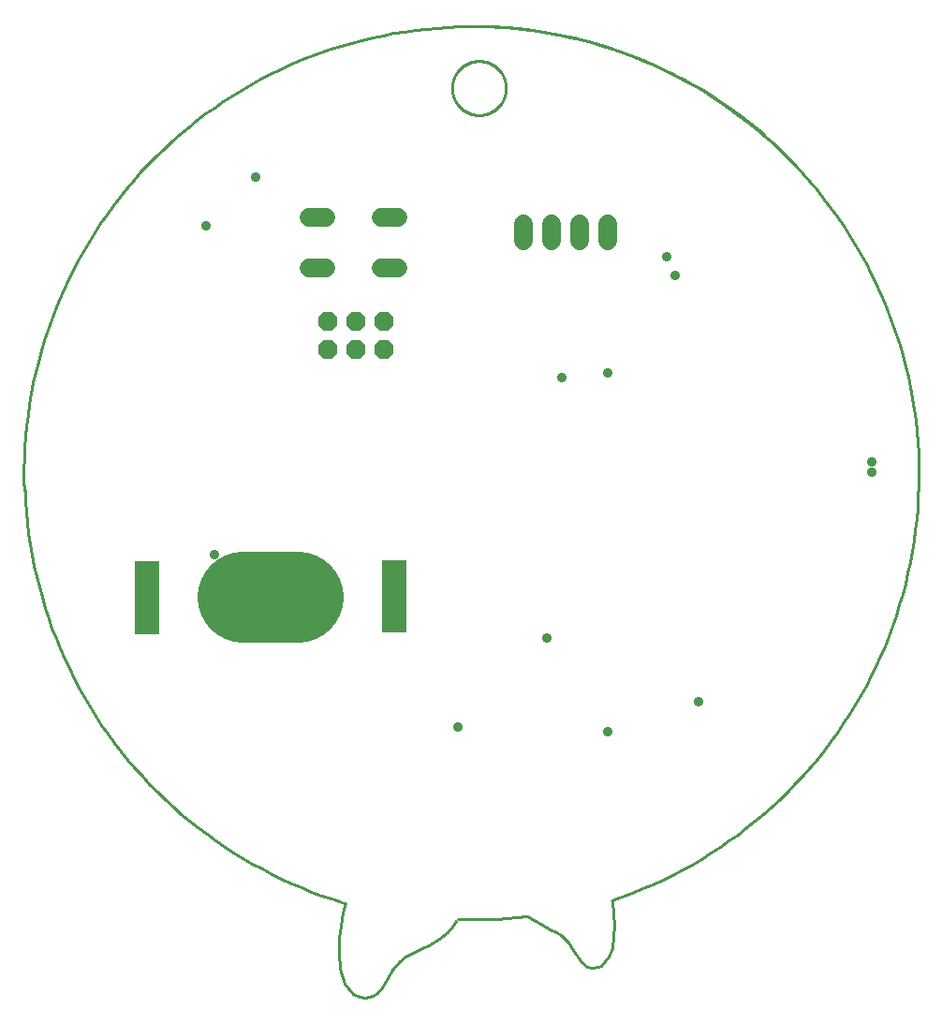
<source format=gbs>
G75*
%MOIN*%
%OFA0B0*%
%FSLAX25Y25*%
%IPPOS*%
%LPD*%
%AMOC8*
5,1,8,0,0,1.08239X$1,22.5*
%
%ADD10C,0.01000*%
%ADD11OC8,0.06800*%
%ADD12C,0.06800*%
%ADD13R,0.08800X0.13300*%
%ADD14C,0.32296*%
%ADD15C,0.03500*%
D10*
X0125829Y0017395D02*
X0124106Y0022562D01*
X0123614Y0028714D01*
X0123860Y0033635D01*
X0124352Y0038064D01*
X0125090Y0042739D01*
X0126075Y0046184D01*
X0125336Y0046184D01*
X0145268Y0025269D02*
X0147482Y0026991D01*
X0149943Y0028468D01*
X0153388Y0030190D01*
X0155848Y0031174D01*
X0159293Y0033389D01*
X0162246Y0035604D01*
X0164214Y0037818D01*
X0165445Y0039787D01*
X0145268Y0025269D02*
X0142807Y0022316D01*
X0141085Y0019363D01*
X0139116Y0015919D01*
X0137394Y0014196D01*
X0135671Y0012966D01*
X0133210Y0012228D01*
X0130996Y0012720D01*
X0128781Y0013704D01*
X0125829Y0017395D01*
X0190789Y0041263D02*
X0193004Y0040033D01*
X0195957Y0038310D01*
X0198663Y0036834D01*
X0201124Y0035604D01*
X0202846Y0034619D01*
X0205553Y0031913D01*
X0207029Y0029452D01*
X0209982Y0025023D01*
X0211951Y0023546D01*
X0213673Y0023054D01*
X0216134Y0023546D01*
X0217118Y0023793D01*
X0219579Y0026991D01*
X0221055Y0030190D01*
X0221547Y0034373D01*
X0221793Y0038064D01*
X0221547Y0042247D01*
X0221055Y0047169D01*
X0274943Y0319560D02*
X0272010Y0322021D01*
X0269019Y0324411D01*
X0265972Y0326729D01*
X0262869Y0328973D01*
X0259715Y0331142D01*
X0256509Y0333235D01*
X0253253Y0335251D01*
X0249951Y0337188D01*
X0246603Y0339045D01*
X0243211Y0340822D01*
X0239778Y0342517D01*
X0236306Y0344129D01*
X0232795Y0345657D01*
X0229250Y0347102D01*
X0225670Y0348460D01*
X0222059Y0349733D01*
X0218419Y0350919D01*
X0214751Y0352017D01*
X0211058Y0353027D01*
X0207342Y0353949D01*
X0203605Y0354781D01*
X0199849Y0355523D01*
X0196076Y0356176D01*
X0192289Y0356737D01*
X0188489Y0357208D01*
X0184679Y0357588D01*
X0180862Y0357877D01*
X0177038Y0358073D01*
X0173211Y0358179D01*
X0169382Y0358192D01*
X0163956Y0336046D02*
X0163959Y0336282D01*
X0163968Y0336517D01*
X0163982Y0336753D01*
X0164002Y0336988D01*
X0164028Y0337222D01*
X0164060Y0337456D01*
X0164097Y0337689D01*
X0164141Y0337921D01*
X0164189Y0338151D01*
X0164244Y0338381D01*
X0164304Y0338609D01*
X0164370Y0338835D01*
X0164441Y0339060D01*
X0164518Y0339283D01*
X0164600Y0339504D01*
X0164687Y0339723D01*
X0164780Y0339940D01*
X0164879Y0340154D01*
X0164982Y0340366D01*
X0165091Y0340576D01*
X0165204Y0340782D01*
X0165323Y0340986D01*
X0165447Y0341187D01*
X0165575Y0341384D01*
X0165709Y0341579D01*
X0165847Y0341770D01*
X0165990Y0341958D01*
X0166137Y0342142D01*
X0166289Y0342322D01*
X0166445Y0342499D01*
X0166606Y0342672D01*
X0166770Y0342841D01*
X0166939Y0343005D01*
X0167112Y0343166D01*
X0167289Y0343322D01*
X0167469Y0343474D01*
X0167653Y0343621D01*
X0167841Y0343764D01*
X0168032Y0343902D01*
X0168227Y0344036D01*
X0168424Y0344164D01*
X0168625Y0344288D01*
X0168829Y0344407D01*
X0169035Y0344520D01*
X0169245Y0344629D01*
X0169457Y0344732D01*
X0169671Y0344831D01*
X0169888Y0344924D01*
X0170107Y0345011D01*
X0170328Y0345093D01*
X0170551Y0345170D01*
X0170776Y0345241D01*
X0171002Y0345307D01*
X0171230Y0345367D01*
X0171460Y0345422D01*
X0171690Y0345470D01*
X0171922Y0345514D01*
X0172155Y0345551D01*
X0172389Y0345583D01*
X0172623Y0345609D01*
X0172858Y0345629D01*
X0173094Y0345643D01*
X0173329Y0345652D01*
X0173565Y0345655D01*
X0173801Y0345652D01*
X0174036Y0345643D01*
X0174272Y0345629D01*
X0174507Y0345609D01*
X0174741Y0345583D01*
X0174975Y0345551D01*
X0175208Y0345514D01*
X0175440Y0345470D01*
X0175670Y0345422D01*
X0175900Y0345367D01*
X0176128Y0345307D01*
X0176354Y0345241D01*
X0176579Y0345170D01*
X0176802Y0345093D01*
X0177023Y0345011D01*
X0177242Y0344924D01*
X0177459Y0344831D01*
X0177673Y0344732D01*
X0177885Y0344629D01*
X0178095Y0344520D01*
X0178301Y0344407D01*
X0178505Y0344288D01*
X0178706Y0344164D01*
X0178903Y0344036D01*
X0179098Y0343902D01*
X0179289Y0343764D01*
X0179477Y0343621D01*
X0179661Y0343474D01*
X0179841Y0343322D01*
X0180018Y0343166D01*
X0180191Y0343005D01*
X0180360Y0342841D01*
X0180524Y0342672D01*
X0180685Y0342499D01*
X0180841Y0342322D01*
X0180993Y0342142D01*
X0181140Y0341958D01*
X0181283Y0341770D01*
X0181421Y0341579D01*
X0181555Y0341384D01*
X0181683Y0341187D01*
X0181807Y0340986D01*
X0181926Y0340782D01*
X0182039Y0340576D01*
X0182148Y0340366D01*
X0182251Y0340154D01*
X0182350Y0339940D01*
X0182443Y0339723D01*
X0182530Y0339504D01*
X0182612Y0339283D01*
X0182689Y0339060D01*
X0182760Y0338835D01*
X0182826Y0338609D01*
X0182886Y0338381D01*
X0182941Y0338151D01*
X0182989Y0337921D01*
X0183033Y0337689D01*
X0183070Y0337456D01*
X0183102Y0337222D01*
X0183128Y0336988D01*
X0183148Y0336753D01*
X0183162Y0336517D01*
X0183171Y0336282D01*
X0183174Y0336046D01*
X0183171Y0335810D01*
X0183162Y0335575D01*
X0183148Y0335339D01*
X0183128Y0335104D01*
X0183102Y0334870D01*
X0183070Y0334636D01*
X0183033Y0334403D01*
X0182989Y0334171D01*
X0182941Y0333941D01*
X0182886Y0333711D01*
X0182826Y0333483D01*
X0182760Y0333257D01*
X0182689Y0333032D01*
X0182612Y0332809D01*
X0182530Y0332588D01*
X0182443Y0332369D01*
X0182350Y0332152D01*
X0182251Y0331938D01*
X0182148Y0331726D01*
X0182039Y0331516D01*
X0181926Y0331310D01*
X0181807Y0331106D01*
X0181683Y0330905D01*
X0181555Y0330708D01*
X0181421Y0330513D01*
X0181283Y0330322D01*
X0181140Y0330134D01*
X0180993Y0329950D01*
X0180841Y0329770D01*
X0180685Y0329593D01*
X0180524Y0329420D01*
X0180360Y0329251D01*
X0180191Y0329087D01*
X0180018Y0328926D01*
X0179841Y0328770D01*
X0179661Y0328618D01*
X0179477Y0328471D01*
X0179289Y0328328D01*
X0179098Y0328190D01*
X0178903Y0328056D01*
X0178706Y0327928D01*
X0178505Y0327804D01*
X0178301Y0327685D01*
X0178095Y0327572D01*
X0177885Y0327463D01*
X0177673Y0327360D01*
X0177459Y0327261D01*
X0177242Y0327168D01*
X0177023Y0327081D01*
X0176802Y0326999D01*
X0176579Y0326922D01*
X0176354Y0326851D01*
X0176128Y0326785D01*
X0175900Y0326725D01*
X0175670Y0326670D01*
X0175440Y0326622D01*
X0175208Y0326578D01*
X0174975Y0326541D01*
X0174741Y0326509D01*
X0174507Y0326483D01*
X0174272Y0326463D01*
X0174036Y0326449D01*
X0173801Y0326440D01*
X0173565Y0326437D01*
X0173329Y0326440D01*
X0173094Y0326449D01*
X0172858Y0326463D01*
X0172623Y0326483D01*
X0172389Y0326509D01*
X0172155Y0326541D01*
X0171922Y0326578D01*
X0171690Y0326622D01*
X0171460Y0326670D01*
X0171230Y0326725D01*
X0171002Y0326785D01*
X0170776Y0326851D01*
X0170551Y0326922D01*
X0170328Y0326999D01*
X0170107Y0327081D01*
X0169888Y0327168D01*
X0169671Y0327261D01*
X0169457Y0327360D01*
X0169245Y0327463D01*
X0169035Y0327572D01*
X0168829Y0327685D01*
X0168625Y0327804D01*
X0168424Y0327928D01*
X0168227Y0328056D01*
X0168032Y0328190D01*
X0167841Y0328328D01*
X0167653Y0328471D01*
X0167469Y0328618D01*
X0167289Y0328770D01*
X0167112Y0328926D01*
X0166939Y0329087D01*
X0166770Y0329251D01*
X0166606Y0329420D01*
X0166445Y0329593D01*
X0166289Y0329770D01*
X0166137Y0329950D01*
X0165990Y0330134D01*
X0165847Y0330322D01*
X0165709Y0330513D01*
X0165575Y0330708D01*
X0165447Y0330905D01*
X0165323Y0331106D01*
X0165204Y0331310D01*
X0165091Y0331516D01*
X0164982Y0331726D01*
X0164879Y0331938D01*
X0164780Y0332152D01*
X0164687Y0332369D01*
X0164600Y0332588D01*
X0164518Y0332809D01*
X0164441Y0333032D01*
X0164370Y0333257D01*
X0164304Y0333483D01*
X0164244Y0333711D01*
X0164189Y0333941D01*
X0164141Y0334171D01*
X0164097Y0334403D01*
X0164060Y0334636D01*
X0164028Y0334870D01*
X0164002Y0335104D01*
X0163982Y0335339D01*
X0163968Y0335575D01*
X0163959Y0335810D01*
X0163956Y0336046D01*
X0190543Y0041510D02*
X0187044Y0041101D01*
X0183537Y0040769D01*
X0180023Y0040515D01*
X0176504Y0040339D01*
X0172983Y0040241D01*
X0169460Y0040221D01*
X0165937Y0040280D01*
X0220809Y0047169D02*
X0224504Y0048447D01*
X0228165Y0049814D01*
X0231792Y0051272D01*
X0235383Y0052817D01*
X0238934Y0054451D01*
X0242445Y0056170D01*
X0245912Y0057975D01*
X0249334Y0059865D01*
X0252708Y0061837D01*
X0256034Y0063892D01*
X0259308Y0066028D01*
X0262528Y0068243D01*
X0265694Y0070536D01*
X0268802Y0072907D01*
X0271852Y0075352D01*
X0274840Y0077872D01*
X0277766Y0080464D01*
X0280628Y0083127D01*
X0283423Y0085859D01*
X0286151Y0088659D01*
X0288809Y0091525D01*
X0291397Y0094455D01*
X0293912Y0097447D01*
X0296352Y0100501D01*
X0298718Y0103613D01*
X0301006Y0106782D01*
X0303216Y0110006D01*
X0305346Y0113283D01*
X0307396Y0116612D01*
X0309363Y0119990D01*
X0311247Y0123415D01*
X0313047Y0126885D01*
X0314761Y0130398D01*
X0316388Y0133952D01*
X0317928Y0137545D01*
X0319379Y0141174D01*
X0320742Y0144838D01*
X0322014Y0148534D01*
X0323195Y0152261D01*
X0324284Y0156015D01*
X0325281Y0159794D01*
X0326185Y0163597D01*
X0326996Y0167421D01*
X0327713Y0171264D01*
X0328336Y0175123D01*
X0328864Y0178996D01*
X0329297Y0182881D01*
X0329634Y0186775D01*
X0329877Y0190677D01*
X0330023Y0194583D01*
X0330074Y0198491D01*
X0330029Y0202400D01*
X0329888Y0206306D01*
X0329652Y0210208D01*
X0329320Y0214103D01*
X0328893Y0217989D01*
X0328371Y0221863D01*
X0327754Y0225723D01*
X0327043Y0229566D01*
X0326238Y0233391D01*
X0325339Y0237196D01*
X0324348Y0240977D01*
X0323264Y0244732D01*
X0322088Y0248460D01*
X0320822Y0252158D01*
X0319465Y0255824D01*
X0318019Y0259456D01*
X0316485Y0263051D01*
X0314863Y0266608D01*
X0313154Y0270123D01*
X0311360Y0273596D01*
X0309481Y0277024D01*
X0307518Y0280405D01*
X0305474Y0283736D01*
X0303349Y0287017D01*
X0301143Y0290244D01*
X0298860Y0293417D01*
X0296499Y0296533D01*
X0294063Y0299590D01*
X0291553Y0302586D01*
X0288970Y0305520D01*
X0286316Y0308390D01*
X0283592Y0311194D01*
X0280801Y0313930D01*
X0277943Y0316597D01*
X0275021Y0319194D01*
X0272036Y0321718D01*
X0268991Y0324168D01*
X0265886Y0326543D01*
X0262724Y0328841D01*
X0259506Y0331061D01*
X0256236Y0333201D01*
X0252913Y0335261D01*
X0249542Y0337239D01*
X0246123Y0339134D01*
X0242658Y0340944D01*
X0239150Y0342669D01*
X0235601Y0344307D01*
X0232013Y0345858D01*
X0228388Y0347321D01*
X0224729Y0348694D01*
X0221036Y0349978D01*
X0217314Y0351170D01*
X0213563Y0352271D01*
X0209787Y0353280D01*
X0205987Y0354196D01*
X0202165Y0355019D01*
X0198325Y0355748D01*
X0194468Y0356383D01*
X0190596Y0356922D01*
X0186713Y0357367D01*
X0182819Y0357717D01*
X0178919Y0357971D01*
X0175013Y0358130D01*
X0171105Y0358193D01*
X0170120Y0357947D02*
X0166250Y0357890D01*
X0162382Y0357740D01*
X0158519Y0357496D01*
X0154663Y0357157D01*
X0150817Y0356725D01*
X0146982Y0356199D01*
X0143161Y0355580D01*
X0139356Y0354868D01*
X0135570Y0354064D01*
X0131805Y0353167D01*
X0128062Y0352180D01*
X0124345Y0351101D01*
X0120655Y0349933D01*
X0116994Y0348674D01*
X0113366Y0347327D01*
X0109771Y0345892D01*
X0106212Y0344370D01*
X0102691Y0342762D01*
X0099211Y0341069D01*
X0095772Y0339291D01*
X0092378Y0337430D01*
X0089031Y0335487D01*
X0085731Y0333463D01*
X0082482Y0331359D01*
X0079285Y0329177D01*
X0076143Y0326918D01*
X0073056Y0324583D01*
X0070027Y0322173D01*
X0067057Y0319690D01*
X0064149Y0317136D01*
X0061304Y0314512D01*
X0058523Y0311819D01*
X0055809Y0309059D01*
X0053163Y0306234D01*
X0050587Y0303346D01*
X0048081Y0300395D01*
X0045649Y0297384D01*
X0043290Y0294316D01*
X0041007Y0291190D01*
X0038800Y0288010D01*
X0036672Y0284777D01*
X0034623Y0281493D01*
X0032654Y0278161D01*
X0030767Y0274781D01*
X0028963Y0271356D01*
X0027243Y0267889D01*
X0025608Y0264380D01*
X0024059Y0260833D01*
X0022597Y0257250D01*
X0021222Y0253631D01*
X0019936Y0249980D01*
X0018739Y0246300D01*
X0017632Y0242591D01*
X0016616Y0238856D01*
X0015691Y0235097D01*
X0014858Y0231317D01*
X0014117Y0227518D01*
X0013468Y0223702D01*
X0012913Y0219871D01*
X0012452Y0216028D01*
X0012084Y0212175D01*
X0011810Y0208314D01*
X0011630Y0204448D01*
X0011544Y0200578D01*
X0011552Y0196708D01*
X0011655Y0192838D01*
X0011901Y0193083D02*
X0012085Y0189214D01*
X0012364Y0185351D01*
X0012736Y0181495D01*
X0013202Y0177650D01*
X0013761Y0173817D01*
X0014414Y0169999D01*
X0015159Y0166197D01*
X0015997Y0162416D01*
X0016926Y0158655D01*
X0017947Y0154919D01*
X0019058Y0151208D01*
X0020260Y0147525D01*
X0021550Y0143873D01*
X0022930Y0140253D01*
X0024397Y0136668D01*
X0025951Y0133120D01*
X0027590Y0129611D01*
X0029315Y0126143D01*
X0031124Y0122717D01*
X0033015Y0119337D01*
X0034989Y0116004D01*
X0037043Y0112719D01*
X0039176Y0109486D01*
X0041387Y0106306D01*
X0043675Y0103180D01*
X0046039Y0100111D01*
X0048476Y0097101D01*
X0050986Y0094151D01*
X0053567Y0091262D01*
X0056218Y0088438D01*
X0058937Y0085679D01*
X0061722Y0082987D01*
X0064572Y0080363D01*
X0067484Y0077810D01*
X0070459Y0075328D01*
X0073492Y0072919D01*
X0076584Y0070585D01*
X0079731Y0068327D01*
X0082932Y0066147D01*
X0086186Y0064044D01*
X0089490Y0062022D01*
X0092842Y0060081D01*
X0096240Y0058222D01*
X0099682Y0056446D01*
X0103167Y0054754D01*
X0106692Y0053148D01*
X0110255Y0051629D01*
X0113854Y0050196D01*
X0117486Y0048851D01*
X0121151Y0047596D01*
X0124845Y0046429D01*
D11*
X0129559Y0242897D03*
X0129559Y0252897D03*
X0139559Y0252897D03*
X0139559Y0242897D03*
X0119559Y0242897D03*
X0119559Y0252897D03*
D12*
X0119129Y0272127D02*
X0113129Y0272127D01*
X0113129Y0289927D02*
X0119129Y0289927D01*
X0138729Y0289927D02*
X0144729Y0289927D01*
X0144729Y0272127D02*
X0138729Y0272127D01*
X0189362Y0281806D02*
X0189362Y0287806D01*
X0199362Y0287806D02*
X0199362Y0281806D01*
X0209362Y0281806D02*
X0209362Y0287806D01*
X0219362Y0287806D02*
X0219362Y0281806D01*
D13*
X0143254Y0161444D03*
X0143254Y0148944D03*
X0055254Y0148444D03*
X0055254Y0160944D03*
D14*
X0089412Y0154944D02*
X0109096Y0154944D01*
D15*
X0079489Y0169923D03*
X0165889Y0108723D03*
X0197689Y0140523D03*
X0219289Y0106923D03*
X0251689Y0117723D03*
X0313489Y0199323D03*
X0313489Y0202923D03*
X0243289Y0269523D03*
X0240289Y0276123D03*
X0219289Y0234723D03*
X0203089Y0232923D03*
X0093889Y0304323D03*
X0076489Y0286923D03*
M02*

</source>
